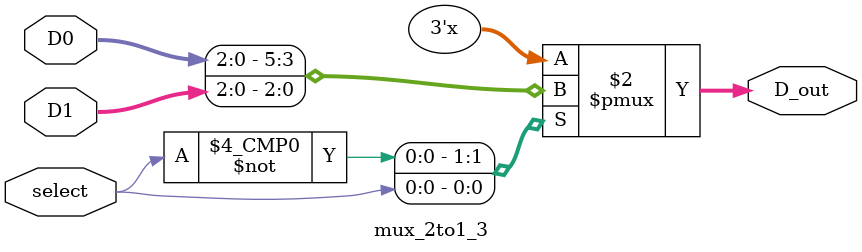
<source format=sv>
module mux_2to1_3(
    input select,
    input logic [2:0] D1,
    input logic [2:0] D0,
    output logic [2:0] D_out
    );

    always_comb
    begin 
    
    // D1 if select = 1, D0 is select = 0
        unique case(select)
            1'b0 : D_out = D0 ;
            1'b1 : D_out = D1 ;
        endcase
    end


endmodule

</source>
